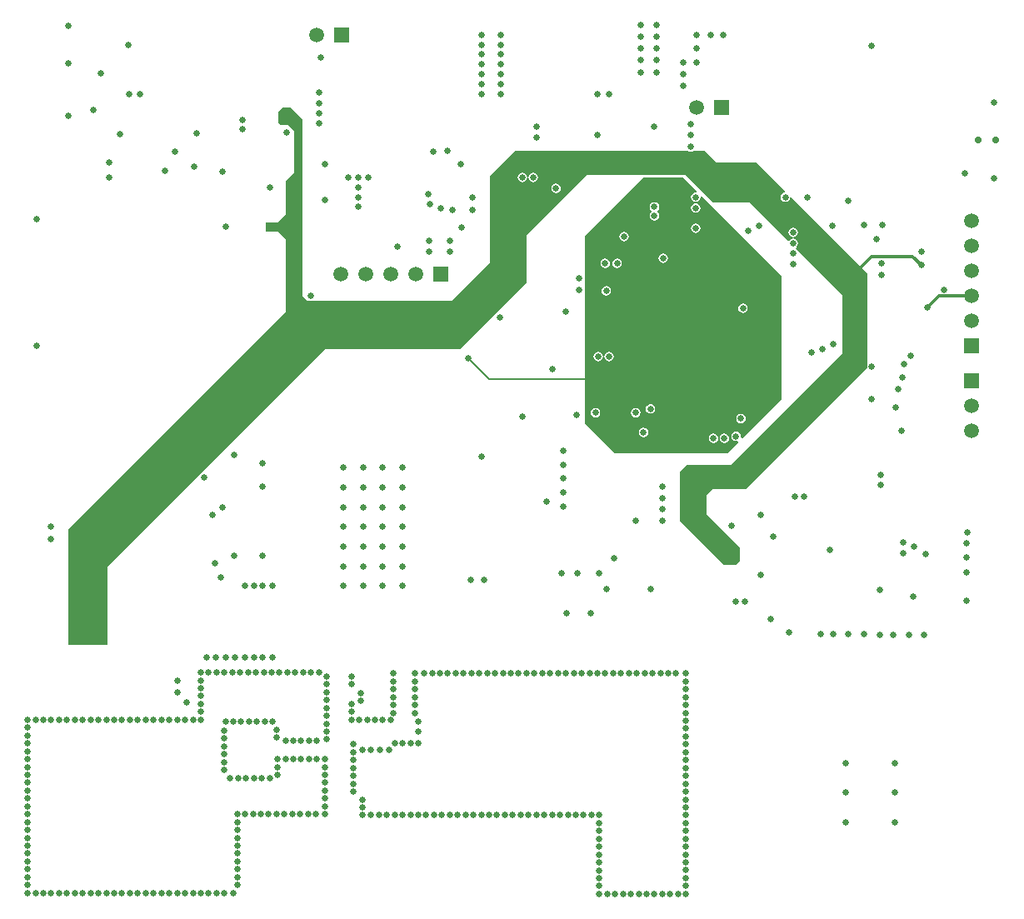
<source format=gbr>
%TF.GenerationSoftware,Altium Limited,Altium Designer,20.2.6 (244)*%
G04 Layer_Physical_Order=3*
G04 Layer_Color=16440176*
%FSLAX45Y45*%
%MOMM*%
%TF.SameCoordinates,65E78103-6D03-462D-AAE3-041F84C347C7*%
%TF.FilePolarity,Positive*%
%TF.FileFunction,Copper,L3,Inr,Signal*%
%TF.Part,Single*%
G01*
G75*
%TA.AperFunction,Conductor*%
%ADD76C,0.30000*%
%ADD77C,0.20000*%
%TA.AperFunction,ComponentPad*%
%ADD80R,1.50000X1.50000*%
%ADD81C,1.50000*%
%ADD82C,0.70000*%
%ADD83R,1.50000X1.50000*%
%TA.AperFunction,ViaPad*%
%ADD84C,0.65000*%
G36*
X6890761Y7209239D02*
X6884505Y7197534D01*
X6880000Y7198431D01*
X6861466Y7194744D01*
X6845754Y7184245D01*
X6835256Y7168534D01*
X6831569Y7150000D01*
X6835256Y7131466D01*
X6845754Y7115754D01*
X6861466Y7105256D01*
X6880000Y7101569D01*
X6898534Y7105256D01*
X6914246Y7115754D01*
X6924744Y7131466D01*
X6928431Y7150000D01*
X6927535Y7154505D01*
X6939239Y7160761D01*
X7750000Y6350000D01*
Y5100000D01*
X7350356Y4700356D01*
X7347548Y4700737D01*
X7337421Y4714927D01*
X7338431Y4720000D01*
X7334744Y4738534D01*
X7324245Y4754246D01*
X7308534Y4764744D01*
X7290000Y4768431D01*
X7271466Y4764744D01*
X7255754Y4754246D01*
X7245256Y4738534D01*
X7241569Y4720000D01*
X7245256Y4701466D01*
X7255754Y4685754D01*
X7271466Y4675256D01*
X7290000Y4671569D01*
X7295073Y4672578D01*
X7309263Y4662452D01*
X7309644Y4659644D01*
X7200000Y4550000D01*
X6050000D01*
X5750000Y4850000D01*
Y6750000D01*
X6350000Y7350000D01*
X6750000D01*
X6890761Y7209239D01*
D02*
G37*
G36*
X2880000Y7940000D02*
Y6150000D01*
X2930000Y6100000D01*
X4400000D01*
X4790000Y6490000D01*
Y7370000D01*
X5040000Y7620000D01*
X6804366Y7620001D01*
X6811466Y7615256D01*
X6830000Y7611569D01*
X6848534Y7615256D01*
X6855634Y7620001D01*
X6970001D01*
X7089999Y7499999D01*
X7360000Y7499999D01*
Y7500000D01*
X7500000D01*
X7789508Y7210492D01*
X7784669Y7197370D01*
X7771466Y7194744D01*
X7755754Y7184245D01*
X7745256Y7168534D01*
X7741569Y7150000D01*
X7745256Y7131466D01*
X7755754Y7115754D01*
X7771466Y7105256D01*
X7790000Y7101569D01*
X7808534Y7105256D01*
X7824245Y7115754D01*
X7834744Y7131466D01*
X7837370Y7144669D01*
X7850492Y7149508D01*
X8620000Y6380000D01*
Y5410000D01*
X7390000Y4180000D01*
X7050000D01*
X6990000Y4120000D01*
Y3930000D01*
X7330000Y3590000D01*
Y3450000D01*
X7290000Y3410000D01*
X7170000D01*
X6720000Y3860000D01*
Y4360000D01*
X6790000Y4430000D01*
X7240000D01*
X8370000Y5560000D01*
Y6160000D01*
X7899334Y6630666D01*
X7900579Y6643305D01*
X7904246Y6645755D01*
X7914744Y6661466D01*
X7918431Y6680000D01*
X7914744Y6698534D01*
X7904246Y6714246D01*
X7888534Y6724744D01*
X7870000Y6728431D01*
X7851466Y6724744D01*
X7835754Y6714246D01*
X7833305Y6710579D01*
X7820666Y6709334D01*
X7430000Y7100000D01*
X7060000D01*
X6780000Y7380000D01*
X5770000D01*
X5160000Y6770000D01*
Y6280000D01*
X4490000Y5610000D01*
X3110000D01*
X900000Y3400000D01*
Y2600000D01*
X500000D01*
Y3780000D01*
X2710000Y5990000D01*
Y6720000D01*
X2630000Y6800000D01*
X2510000D01*
Y6890000D01*
X2630000D01*
X2710000Y6970000D01*
Y7160000D01*
X2709999Y7310000D01*
X2760000Y7360000D01*
X2800000Y7400000D01*
Y7820000D01*
X2740000Y7880000D01*
X2660000D01*
X2640000Y7900000D01*
Y8020000D01*
X2680000Y8060000D01*
X2760000D01*
X2880000Y7940000D01*
D02*
G37*
%LPC*%
G36*
X6880000Y7088431D02*
X6861466Y7084744D01*
X6845754Y7074245D01*
X6835256Y7058534D01*
X6831569Y7040000D01*
X6835256Y7021466D01*
X6845754Y7005754D01*
X6861466Y6995256D01*
X6880000Y6991569D01*
X6898534Y6995256D01*
X6914246Y7005754D01*
X6924744Y7021466D01*
X6928431Y7040000D01*
X6924744Y7058534D01*
X6914246Y7074245D01*
X6898534Y7084744D01*
X6880000Y7088431D01*
D02*
G37*
G36*
X6460000Y7098431D02*
X6441466Y7094744D01*
X6425754Y7084246D01*
X6415256Y7068534D01*
X6411569Y7050000D01*
X6415256Y7031467D01*
X6425754Y7015755D01*
X6430420Y7012637D01*
Y6997363D01*
X6425754Y6994246D01*
X6415256Y6978534D01*
X6411569Y6960000D01*
X6415256Y6941466D01*
X6425754Y6925754D01*
X6441466Y6915256D01*
X6460000Y6911569D01*
X6478534Y6915256D01*
X6494246Y6925754D01*
X6504744Y6941466D01*
X6508431Y6960000D01*
X6504744Y6978534D01*
X6494246Y6994246D01*
X6489580Y6997363D01*
Y7012637D01*
X6494246Y7015755D01*
X6504744Y7031467D01*
X6508431Y7050000D01*
X6504744Y7068534D01*
X6494246Y7084246D01*
X6478534Y7094744D01*
X6460000Y7098431D01*
D02*
G37*
G36*
X6880000Y6880931D02*
X6861466Y6877244D01*
X6845754Y6866745D01*
X6835256Y6851034D01*
X6831569Y6832500D01*
X6835256Y6813966D01*
X6845754Y6798254D01*
X6861466Y6787756D01*
X6880000Y6784069D01*
X6898534Y6787756D01*
X6914246Y6798254D01*
X6924744Y6813966D01*
X6928431Y6832500D01*
X6924744Y6851034D01*
X6914246Y6866745D01*
X6898534Y6877244D01*
X6880000Y6880931D01*
D02*
G37*
G36*
X6150000Y6798431D02*
X6131466Y6794744D01*
X6115754Y6784246D01*
X6105256Y6768534D01*
X6101569Y6750000D01*
X6105256Y6731466D01*
X6115754Y6715754D01*
X6131466Y6705256D01*
X6150000Y6701569D01*
X6168534Y6705256D01*
X6184245Y6715754D01*
X6194744Y6731466D01*
X6198431Y6750000D01*
X6194744Y6768534D01*
X6184245Y6784246D01*
X6168534Y6794744D01*
X6150000Y6798431D01*
D02*
G37*
G36*
X6550000Y6578431D02*
X6531466Y6574744D01*
X6515755Y6564245D01*
X6505256Y6548534D01*
X6501569Y6530000D01*
X6505256Y6511466D01*
X6515755Y6495754D01*
X6531466Y6485256D01*
X6550000Y6481569D01*
X6568534Y6485256D01*
X6584246Y6495754D01*
X6594744Y6511466D01*
X6598431Y6530000D01*
X6594744Y6548534D01*
X6584246Y6564245D01*
X6568534Y6574744D01*
X6550000Y6578431D01*
D02*
G37*
G36*
X6080000Y6528431D02*
X6061466Y6524744D01*
X6045754Y6514246D01*
X6035256Y6498534D01*
X6031569Y6480000D01*
X6035256Y6461466D01*
X6045754Y6445754D01*
X6061466Y6435256D01*
X6080000Y6431569D01*
X6098534Y6435256D01*
X6114246Y6445754D01*
X6124744Y6461466D01*
X6128431Y6480000D01*
X6124744Y6498534D01*
X6114246Y6514246D01*
X6098534Y6524744D01*
X6080000Y6528431D01*
D02*
G37*
G36*
X5960000D02*
X5941466Y6524744D01*
X5925754Y6514246D01*
X5915256Y6498534D01*
X5911569Y6480000D01*
X5915256Y6461466D01*
X5925754Y6445754D01*
X5941466Y6435256D01*
X5960000Y6431569D01*
X5978534Y6435256D01*
X5994246Y6445754D01*
X6004744Y6461466D01*
X6008431Y6480000D01*
X6004744Y6498534D01*
X5994246Y6514246D01*
X5978534Y6524744D01*
X5960000Y6528431D01*
D02*
G37*
G36*
X5970000Y6248431D02*
X5951466Y6244744D01*
X5935754Y6234246D01*
X5925256Y6218534D01*
X5921569Y6200000D01*
X5925256Y6181466D01*
X5935754Y6165754D01*
X5951466Y6155256D01*
X5970000Y6151569D01*
X5988534Y6155256D01*
X6004246Y6165754D01*
X6014744Y6181466D01*
X6018431Y6200000D01*
X6014744Y6218534D01*
X6004246Y6234246D01*
X5988534Y6244744D01*
X5970000Y6248431D01*
D02*
G37*
G36*
X7360000Y6068431D02*
X7341466Y6064744D01*
X7325754Y6054245D01*
X7315256Y6038534D01*
X7311569Y6020000D01*
X7315256Y6001466D01*
X7325754Y5985754D01*
X7341466Y5975256D01*
X7360000Y5971569D01*
X7378534Y5975256D01*
X7394246Y5985754D01*
X7404744Y6001466D01*
X7408431Y6020000D01*
X7404744Y6038534D01*
X7394246Y6054245D01*
X7378534Y6064744D01*
X7360000Y6068431D01*
D02*
G37*
G36*
X6000000Y5578431D02*
X5981466Y5574744D01*
X5965754Y5564246D01*
X5955256Y5548534D01*
X5951569Y5530000D01*
X5955256Y5511466D01*
X5965754Y5495755D01*
X5981466Y5485256D01*
X6000000Y5481569D01*
X6018534Y5485256D01*
X6034245Y5495755D01*
X6044744Y5511466D01*
X6048431Y5530000D01*
X6044744Y5548534D01*
X6034245Y5564246D01*
X6018534Y5574744D01*
X6000000Y5578431D01*
D02*
G37*
G36*
X5890000D02*
X5871466Y5574744D01*
X5855754Y5564246D01*
X5845256Y5548534D01*
X5841569Y5530000D01*
X5845256Y5511466D01*
X5855754Y5495755D01*
X5871466Y5485256D01*
X5890000Y5481569D01*
X5908534Y5485256D01*
X5924245Y5495755D01*
X5934744Y5511466D01*
X5938431Y5530000D01*
X5934744Y5548534D01*
X5924245Y5564246D01*
X5908534Y5574744D01*
X5890000Y5578431D01*
D02*
G37*
G36*
X6420000Y5048431D02*
X6401466Y5044744D01*
X6385755Y5034245D01*
X6375256Y5018534D01*
X6371569Y5000000D01*
X6375256Y4981466D01*
X6385755Y4965754D01*
X6401466Y4955256D01*
X6420000Y4951569D01*
X6438534Y4955256D01*
X6454246Y4965754D01*
X6464744Y4981466D01*
X6468431Y5000000D01*
X6464744Y5018534D01*
X6454246Y5034245D01*
X6438534Y5044744D01*
X6420000Y5048431D01*
D02*
G37*
G36*
X6270000Y5008431D02*
X6251466Y5004744D01*
X6235754Y4994246D01*
X6225256Y4978534D01*
X6221569Y4960000D01*
X6225256Y4941466D01*
X6235754Y4925754D01*
X6251466Y4915256D01*
X6270000Y4911569D01*
X6288534Y4915256D01*
X6304245Y4925754D01*
X6314744Y4941466D01*
X6318431Y4960000D01*
X6314744Y4978534D01*
X6304245Y4994246D01*
X6288534Y5004744D01*
X6270000Y5008431D01*
D02*
G37*
G36*
X5860000D02*
X5841466Y5004744D01*
X5825754Y4994246D01*
X5815256Y4978534D01*
X5811569Y4960000D01*
X5815256Y4941466D01*
X5825754Y4925754D01*
X5841466Y4915256D01*
X5860000Y4911569D01*
X5878534Y4915256D01*
X5894246Y4925754D01*
X5904744Y4941466D01*
X5908431Y4960000D01*
X5904744Y4978534D01*
X5894246Y4994246D01*
X5878534Y5004744D01*
X5860000Y5008431D01*
D02*
G37*
G36*
X7340000Y4948431D02*
X7321466Y4944744D01*
X7305755Y4934246D01*
X7295256Y4918534D01*
X7291569Y4900000D01*
X7295256Y4881466D01*
X7305755Y4865755D01*
X7321466Y4855256D01*
X7340000Y4851569D01*
X7358534Y4855256D01*
X7374246Y4865755D01*
X7384744Y4881466D01*
X7388431Y4900000D01*
X7384744Y4918534D01*
X7374246Y4934246D01*
X7358534Y4944744D01*
X7340000Y4948431D01*
D02*
G37*
G36*
X6350000Y4808431D02*
X6331466Y4804744D01*
X6315754Y4794245D01*
X6305256Y4778533D01*
X6301569Y4760000D01*
X6305256Y4741466D01*
X6315754Y4725754D01*
X6331466Y4715256D01*
X6350000Y4711569D01*
X6368534Y4715256D01*
X6384246Y4725754D01*
X6394744Y4741466D01*
X6398431Y4760000D01*
X6394744Y4778533D01*
X6384246Y4794245D01*
X6368534Y4804744D01*
X6350000Y4808431D01*
D02*
G37*
G36*
X7170000Y4748431D02*
X7151466Y4744744D01*
X7135754Y4734246D01*
X7125256Y4718534D01*
X7121569Y4700000D01*
X7125256Y4681466D01*
X7135754Y4665754D01*
X7151466Y4655256D01*
X7170000Y4651569D01*
X7188534Y4655256D01*
X7204245Y4665754D01*
X7214744Y4681466D01*
X7218431Y4700000D01*
X7214744Y4718534D01*
X7204245Y4734246D01*
X7188534Y4744744D01*
X7170000Y4748431D01*
D02*
G37*
G36*
X7060000D02*
X7041466Y4744744D01*
X7025755Y4734246D01*
X7015256Y4718534D01*
X7011569Y4700000D01*
X7015256Y4681466D01*
X7025755Y4665754D01*
X7041466Y4655256D01*
X7060000Y4651569D01*
X7078534Y4655256D01*
X7094246Y4665754D01*
X7104744Y4681466D01*
X7108431Y4700000D01*
X7104744Y4718534D01*
X7094246Y4734246D01*
X7078534Y4744744D01*
X7060000Y4748431D01*
D02*
G37*
G36*
X5230000Y7398431D02*
X5211466Y7394744D01*
X5195754Y7384246D01*
X5185256Y7368534D01*
X5181569Y7350000D01*
X5185256Y7331466D01*
X5195754Y7315754D01*
X5211466Y7305256D01*
X5230000Y7301569D01*
X5248534Y7305256D01*
X5264246Y7315754D01*
X5274744Y7331466D01*
X5278431Y7350000D01*
X5274744Y7368534D01*
X5264246Y7384246D01*
X5248534Y7394744D01*
X5230000Y7398431D01*
D02*
G37*
G36*
X5120000D02*
X5101466Y7394744D01*
X5085754Y7384246D01*
X5075256Y7368534D01*
X5071569Y7350000D01*
X5075256Y7331466D01*
X5085754Y7315754D01*
X5101466Y7305256D01*
X5120000Y7301569D01*
X5138534Y7305256D01*
X5154245Y7315754D01*
X5164744Y7331466D01*
X5168431Y7350000D01*
X5164744Y7368534D01*
X5154245Y7384246D01*
X5138534Y7394744D01*
X5120000Y7398431D01*
D02*
G37*
G36*
X5460000Y7288431D02*
X5441466Y7284744D01*
X5425754Y7274246D01*
X5415256Y7258534D01*
X5411569Y7240000D01*
X5415256Y7221466D01*
X5425754Y7205754D01*
X5441466Y7195256D01*
X5460000Y7191569D01*
X5478534Y7195256D01*
X5494246Y7205754D01*
X5504744Y7221466D01*
X5508431Y7240000D01*
X5504744Y7258534D01*
X5494246Y7274246D01*
X5478534Y7284744D01*
X5460000Y7288431D01*
D02*
G37*
G36*
X7870000Y6838431D02*
X7851466Y6834744D01*
X7835754Y6824245D01*
X7825256Y6808534D01*
X7821569Y6790000D01*
X7825256Y6771466D01*
X7835754Y6755754D01*
X7851466Y6745256D01*
X7870000Y6741569D01*
X7888534Y6745256D01*
X7904246Y6755754D01*
X7914744Y6771466D01*
X7918431Y6790000D01*
X7914744Y6808534D01*
X7904246Y6824245D01*
X7888534Y6834744D01*
X7870000Y6838431D01*
D02*
G37*
%LPD*%
D76*
X9348000Y6148000D02*
X9680000D01*
X9230000Y6030000D02*
X9348000Y6148000D01*
X9672000Y6140000D02*
X9680000Y6148000D01*
X8488701Y6368701D02*
X8670000Y6550000D01*
X9079999D02*
X9170000Y6460000D01*
X8670000Y6550000D02*
X9079999D01*
D77*
X4780000Y5300000D02*
X5780000D01*
X4570000Y5510000D02*
X4780000Y5300000D01*
D80*
X7140000Y8060000D02*
D03*
X4288000Y6370000D02*
D03*
X3284000Y8800000D02*
D03*
D81*
X6886000Y8060000D02*
D03*
X3272000Y6370000D02*
D03*
X3526000D02*
D03*
X3780000D02*
D03*
X4034000D02*
D03*
X3030000Y8800000D02*
D03*
X9680000Y4776000D02*
D03*
Y5030000D02*
D03*
Y5894000D02*
D03*
Y6148000D02*
D03*
Y6402000D02*
D03*
Y6656000D02*
D03*
Y6910000D02*
D03*
D82*
X9750000Y7730000D02*
D03*
X9930000D02*
D03*
D83*
X9680000Y5284000D02*
D03*
Y5640000D02*
D03*
D84*
X920000Y7500000D02*
D03*
Y7350000D02*
D03*
X2100000Y6850000D02*
D03*
X2070000Y7412500D02*
D03*
X2550000Y7250000D02*
D03*
X2560000Y6840000D02*
D03*
X1030000Y7790000D02*
D03*
X180000Y5640000D02*
D03*
Y6930000D02*
D03*
X3130000Y2200000D02*
D03*
Y2280000D02*
D03*
X3380000Y2280000D02*
D03*
X4360000Y7620000D02*
D03*
X6460000Y7050000D02*
D03*
Y6960000D02*
D03*
X2340000Y1820000D02*
D03*
X2710000Y1630000D02*
D03*
X2480000Y3510000D02*
D03*
X2190000D02*
D03*
X2300000Y3200000D02*
D03*
X2390000D02*
D03*
X4610000Y7020000D02*
D03*
Y7150000D02*
D03*
X4380000Y6600000D02*
D03*
Y6710000D02*
D03*
X4170000Y6600000D02*
D03*
X7890000Y4110000D02*
D03*
X3050000Y2320000D02*
D03*
X2970000D02*
D03*
X2890000D02*
D03*
X2810000D02*
D03*
X1930000Y2320000D02*
D03*
X2570000Y2320000D02*
D03*
X2650000D02*
D03*
X2730000D02*
D03*
X2010000D02*
D03*
X2090000D02*
D03*
X2170000D02*
D03*
X2250000D02*
D03*
X2330000D02*
D03*
X2410000D02*
D03*
X2490000D02*
D03*
X1850000Y2320000D02*
D03*
X1850000Y2240000D02*
D03*
Y2160000D02*
D03*
Y2080000D02*
D03*
Y2000000D02*
D03*
Y1920000D02*
D03*
Y1840000D02*
D03*
X1210000Y1840000D02*
D03*
X1130000D02*
D03*
X1050000D02*
D03*
X1770000D02*
D03*
X1690000D02*
D03*
X1610000D02*
D03*
X1530000D02*
D03*
X1450000D02*
D03*
X1370000D02*
D03*
X1290000D02*
D03*
X970000Y1840000D02*
D03*
X330000Y1840000D02*
D03*
X250000D02*
D03*
X170000D02*
D03*
X890000D02*
D03*
X810000D02*
D03*
X730000D02*
D03*
X650000D02*
D03*
X570000D02*
D03*
X490000D02*
D03*
X410000D02*
D03*
X90000Y1040000D02*
D03*
X90000Y1680000D02*
D03*
Y1760000D02*
D03*
Y1840000D02*
D03*
Y1120000D02*
D03*
Y1200000D02*
D03*
Y1280000D02*
D03*
Y1360000D02*
D03*
Y1440000D02*
D03*
Y1520000D02*
D03*
Y1600000D02*
D03*
X90000Y160000D02*
D03*
X90000Y800000D02*
D03*
Y880000D02*
D03*
Y960000D02*
D03*
Y240000D02*
D03*
Y320000D02*
D03*
Y400000D02*
D03*
Y480000D02*
D03*
Y560000D02*
D03*
Y640000D02*
D03*
Y720000D02*
D03*
X170000Y80000D02*
D03*
X250000D02*
D03*
X330000D02*
D03*
X90000D02*
D03*
X410000Y80000D02*
D03*
X1050000Y80000D02*
D03*
X1130000D02*
D03*
X1210000D02*
D03*
X490000D02*
D03*
X570000D02*
D03*
X650000D02*
D03*
X730000D02*
D03*
X810000D02*
D03*
X890000D02*
D03*
X970000D02*
D03*
X1290000Y80000D02*
D03*
X1930000Y80000D02*
D03*
X2010000D02*
D03*
X2090000D02*
D03*
X1370000D02*
D03*
X1450000D02*
D03*
X1530000D02*
D03*
X1610000D02*
D03*
X1690000D02*
D03*
X1770000D02*
D03*
X1850000D02*
D03*
X5880000Y2310000D02*
D03*
X6520000Y2310000D02*
D03*
X6600000D02*
D03*
X6680000D02*
D03*
X5960000D02*
D03*
X6040000D02*
D03*
X6120000D02*
D03*
X6200000D02*
D03*
X6280000D02*
D03*
X6360000D02*
D03*
X6440000D02*
D03*
X5000000Y2310000D02*
D03*
X5640000Y2310000D02*
D03*
X5720000D02*
D03*
X5800000D02*
D03*
X5080000D02*
D03*
X5160000D02*
D03*
X5240000D02*
D03*
X5320000D02*
D03*
X5400000D02*
D03*
X5480000D02*
D03*
X5560000D02*
D03*
X4120000Y2310000D02*
D03*
X4760000Y2310000D02*
D03*
X4840000D02*
D03*
X4920000D02*
D03*
X4200000D02*
D03*
X4280000D02*
D03*
X4360000D02*
D03*
X4440000D02*
D03*
X4520000D02*
D03*
X4600000D02*
D03*
X4680000D02*
D03*
X6780000Y2070000D02*
D03*
Y1990000D02*
D03*
Y1910000D02*
D03*
Y2310000D02*
D03*
Y2230000D02*
D03*
Y2150000D02*
D03*
X6780000Y1830000D02*
D03*
X6780000Y1190000D02*
D03*
Y1110000D02*
D03*
Y1030000D02*
D03*
Y1750000D02*
D03*
Y1670000D02*
D03*
Y1590000D02*
D03*
Y1510000D02*
D03*
Y1430000D02*
D03*
Y1350000D02*
D03*
Y1270000D02*
D03*
X6780006Y951222D02*
D03*
X6780007Y311222D02*
D03*
Y231222D02*
D03*
Y151222D02*
D03*
Y871222D02*
D03*
Y791222D02*
D03*
Y711222D02*
D03*
Y631222D02*
D03*
Y551222D02*
D03*
Y471222D02*
D03*
Y391222D02*
D03*
X6780000Y70000D02*
D03*
X6700000Y70000D02*
D03*
X6060000Y70000D02*
D03*
X5980000D02*
D03*
X5900000D02*
D03*
X6620000D02*
D03*
X6540000D02*
D03*
X6460000D02*
D03*
X6380000D02*
D03*
X6300000D02*
D03*
X6220000D02*
D03*
X6140000D02*
D03*
X8720000Y6720000D02*
D03*
X1120000Y8200000D02*
D03*
X3480000Y2030000D02*
D03*
Y2110000D02*
D03*
X3760000Y1530000D02*
D03*
X3670000D02*
D03*
X3580000D02*
D03*
X5420000Y5400000D02*
D03*
X7790000Y7150000D02*
D03*
X2720000Y7810000D02*
D03*
X7240000Y3810000D02*
D03*
X8760000Y4330000D02*
D03*
Y4230000D02*
D03*
X8970000Y4780000D02*
D03*
X8670000Y5100000D02*
D03*
Y5430000D02*
D03*
X7360000Y6020000D02*
D03*
X6150000Y6750000D02*
D03*
X5460000Y7240000D02*
D03*
X5120000Y7350000D02*
D03*
X5230000D02*
D03*
X4700000Y8200000D02*
D03*
Y8300000D02*
D03*
Y8400000D02*
D03*
Y8500000D02*
D03*
Y8600000D02*
D03*
Y8700000D02*
D03*
Y8800000D02*
D03*
X4900000D02*
D03*
Y8700000D02*
D03*
Y8600000D02*
D03*
Y8500000D02*
D03*
Y8400000D02*
D03*
Y8300000D02*
D03*
Y8200000D02*
D03*
X6750000Y8280000D02*
D03*
Y8400000D02*
D03*
Y8520000D02*
D03*
X6890000D02*
D03*
Y8660000D02*
D03*
Y8800000D02*
D03*
X7030000D02*
D03*
X7160000D02*
D03*
X6830000Y7890000D02*
D03*
Y7780000D02*
D03*
Y7660000D02*
D03*
X7410000Y6810000D02*
D03*
X7870000Y6470000D02*
D03*
Y6580000D02*
D03*
Y6680000D02*
D03*
Y6790000D02*
D03*
X8010000Y7150000D02*
D03*
X8430000Y7110000D02*
D03*
X9170000Y6600000D02*
D03*
X9910000Y7340000D02*
D03*
Y8110000D02*
D03*
X8670000Y8690000D02*
D03*
X6420000Y5000000D02*
D03*
X7290000Y4720000D02*
D03*
X7170000Y4700000D02*
D03*
X7060000D02*
D03*
X7340000Y4900000D02*
D03*
X8900000Y1100000D02*
D03*
X8400000D02*
D03*
Y800000D02*
D03*
X8900000D02*
D03*
Y1400000D02*
D03*
X8400000D02*
D03*
X7640000Y2860000D02*
D03*
X7830000Y2730000D02*
D03*
X8150000Y2710000D02*
D03*
X8280000D02*
D03*
X8430000D02*
D03*
X8590000D02*
D03*
X8750000Y2700000D02*
D03*
X8890000D02*
D03*
X9050000D02*
D03*
X9200000D02*
D03*
X9630000Y3050000D02*
D03*
Y3340000D02*
D03*
X8990000Y3640000D02*
D03*
X5530000Y4150000D02*
D03*
Y4290000D02*
D03*
Y4430000D02*
D03*
Y4570000D02*
D03*
X5360000Y4060000D02*
D03*
X5530000Y4010000D02*
D03*
X5900000Y3330000D02*
D03*
X5680000D02*
D03*
X5520000D02*
D03*
X5810000Y2920000D02*
D03*
X5570000D02*
D03*
X4590000Y3260000D02*
D03*
X4730000D02*
D03*
X3700000Y3400000D02*
D03*
X3500000D02*
D03*
X3300000D02*
D03*
Y3200000D02*
D03*
X3500000D02*
D03*
X3700000D02*
D03*
X3900000D02*
D03*
Y3400000D02*
D03*
Y3600000D02*
D03*
X3700000D02*
D03*
X3500000D02*
D03*
X3300000D02*
D03*
Y3800000D02*
D03*
X3500000D02*
D03*
X3700000D02*
D03*
X3900000D02*
D03*
Y4000000D02*
D03*
X3700000D02*
D03*
X3500000D02*
D03*
X3300000D02*
D03*
Y4200000D02*
D03*
X3500000D02*
D03*
X3700000D02*
D03*
X3900000D02*
D03*
Y4400000D02*
D03*
X3700000D02*
D03*
X3500000D02*
D03*
X3300000D02*
D03*
X330000Y3800000D02*
D03*
Y3680000D02*
D03*
X1610000Y2120000D02*
D03*
Y2240000D02*
D03*
X1910000Y2470000D02*
D03*
X2000000D02*
D03*
X2100000D02*
D03*
X2200000D02*
D03*
X2300000D02*
D03*
X2390000D02*
D03*
X2480000D02*
D03*
X2580000D02*
D03*
X2480000Y3200000D02*
D03*
X2580000D02*
D03*
X2070000Y4000000D02*
D03*
X2480000Y4210000D02*
D03*
Y4450000D02*
D03*
X2190000Y4530000D02*
D03*
X1880000Y4300000D02*
D03*
X4170000Y6710000D02*
D03*
X4410000Y7020000D02*
D03*
X4290000Y7040000D02*
D03*
X4890000Y5930000D02*
D03*
X5690000Y6210000D02*
D03*
Y6330000D02*
D03*
X5560000Y5990000D02*
D03*
X5120000Y4920000D02*
D03*
X5670000Y4940000D02*
D03*
X6000000Y5530000D02*
D03*
X5890000D02*
D03*
X5970000Y6200000D02*
D03*
X5960000Y6480000D02*
D03*
X6080000D02*
D03*
X6550000Y6530000D02*
D03*
X6460000Y7870000D02*
D03*
X5880000Y7780000D02*
D03*
Y8200000D02*
D03*
X6000000D02*
D03*
X5260000Y7760000D02*
D03*
Y7870000D02*
D03*
X3450000Y7050000D02*
D03*
X3550000Y7350000D02*
D03*
X3450000Y7150000D02*
D03*
Y7250000D02*
D03*
Y7350000D02*
D03*
X3350000D02*
D03*
X3050000Y7900000D02*
D03*
Y8000000D02*
D03*
Y8100000D02*
D03*
Y8210000D02*
D03*
X3070000Y8570000D02*
D03*
X1810000Y7800000D02*
D03*
X1230000Y8200000D02*
D03*
X1110000Y8700000D02*
D03*
X760001Y8040000D02*
D03*
X830000Y8410000D02*
D03*
X2270000Y7840000D02*
D03*
X2270000Y7932501D02*
D03*
X6880000Y7040000D02*
D03*
Y7150000D02*
D03*
X8770000Y6360000D02*
D03*
Y6480000D02*
D03*
X7287500Y3040000D02*
D03*
X7380000Y3040000D02*
D03*
X7540000Y3310000D02*
D03*
X7670000Y3700000D02*
D03*
X7980000Y4110000D02*
D03*
X6540000Y4210000D02*
D03*
Y4090000D02*
D03*
Y3980000D02*
D03*
Y3860000D02*
D03*
X6320000Y8420000D02*
D03*
X6480000D02*
D03*
X6320000Y8540000D02*
D03*
X6480000D02*
D03*
Y8660000D02*
D03*
X6320000D02*
D03*
Y8780000D02*
D03*
X6480000D02*
D03*
Y8900000D02*
D03*
X6320000D02*
D03*
X3810000Y2310000D02*
D03*
Y2230000D02*
D03*
Y2150000D02*
D03*
Y2070000D02*
D03*
Y1990000D02*
D03*
Y1910000D02*
D03*
X4030000Y2310000D02*
D03*
Y2230000D02*
D03*
Y2150000D02*
D03*
Y2070000D02*
D03*
Y1990000D02*
D03*
Y1910000D02*
D03*
X4060000Y1820000D02*
D03*
X3460000Y1840000D02*
D03*
X3540000D02*
D03*
X3620000D02*
D03*
X3700000D02*
D03*
X3780000D02*
D03*
X3980000Y1600000D02*
D03*
X4060000D02*
D03*
Y1720000D02*
D03*
X3490000Y1530000D02*
D03*
X3820000Y1600000D02*
D03*
X3900000D02*
D03*
X2220000Y240000D02*
D03*
Y160000D02*
D03*
X2180000Y80000D02*
D03*
X2220000Y800000D02*
D03*
Y720000D02*
D03*
Y640000D02*
D03*
Y560000D02*
D03*
Y480000D02*
D03*
Y400000D02*
D03*
Y320000D02*
D03*
X2460000Y880000D02*
D03*
X2380000D02*
D03*
X2300000D02*
D03*
X2220000D02*
D03*
X3020000D02*
D03*
X2940000D02*
D03*
X2860000D02*
D03*
X2780000D02*
D03*
X2700000D02*
D03*
X2620000D02*
D03*
X2540000D02*
D03*
X5900000Y390000D02*
D03*
Y470000D02*
D03*
Y550000D02*
D03*
Y630000D02*
D03*
Y710000D02*
D03*
Y790000D02*
D03*
Y870000D02*
D03*
Y150000D02*
D03*
Y230000D02*
D03*
Y310000D02*
D03*
X5740000Y870000D02*
D03*
X5820000D02*
D03*
X5100000D02*
D03*
X5020000D02*
D03*
X4940000D02*
D03*
X4860000D02*
D03*
X4780000D02*
D03*
X4700000D02*
D03*
X4620000D02*
D03*
X5660000D02*
D03*
X5580000D02*
D03*
X5500000D02*
D03*
X5420000D02*
D03*
X5340000D02*
D03*
X5260000D02*
D03*
X5180000D02*
D03*
X4060000D02*
D03*
X4140000D02*
D03*
X4220000D02*
D03*
X4300000D02*
D03*
X4380000D02*
D03*
X4460000D02*
D03*
X4540000D02*
D03*
X3580000D02*
D03*
X3660000D02*
D03*
X3740000D02*
D03*
X3820000D02*
D03*
X3900000D02*
D03*
X3980000D02*
D03*
X3490000Y1030000D02*
D03*
Y950000D02*
D03*
Y870000D02*
D03*
X3400000Y1110000D02*
D03*
Y1190000D02*
D03*
Y1270000D02*
D03*
Y1350000D02*
D03*
Y1430000D02*
D03*
Y1510000D02*
D03*
Y1590000D02*
D03*
X3380000Y2200000D02*
D03*
X3380000Y2000000D02*
D03*
Y1920000D02*
D03*
Y1840000D02*
D03*
X3130000Y2120000D02*
D03*
Y2040000D02*
D03*
Y1960000D02*
D03*
Y1880000D02*
D03*
Y1800000D02*
D03*
Y1720000D02*
D03*
Y1640000D02*
D03*
X3030000Y1630000D02*
D03*
X2950000D02*
D03*
X2870000D02*
D03*
X2790000D02*
D03*
X2620000Y1660000D02*
D03*
X2420000Y1820000D02*
D03*
X2500000D02*
D03*
X2580000D02*
D03*
X2620000Y1740000D02*
D03*
X2100000Y1820000D02*
D03*
X2180000D02*
D03*
X2260000D02*
D03*
X2090000Y1730000D02*
D03*
Y1650000D02*
D03*
Y1570000D02*
D03*
Y1490000D02*
D03*
Y1410000D02*
D03*
Y1330000D02*
D03*
X2150000Y1250000D02*
D03*
X2230000D02*
D03*
X2310000D02*
D03*
X2390000D02*
D03*
X2470000D02*
D03*
X2550000D02*
D03*
X2630000Y1280000D02*
D03*
Y1360000D02*
D03*
Y1440000D02*
D03*
X2710000D02*
D03*
X2790000D02*
D03*
X2870000D02*
D03*
X2950000D02*
D03*
X3030000D02*
D03*
X3110000D02*
D03*
Y1360000D02*
D03*
Y1280000D02*
D03*
Y1200000D02*
D03*
Y1120000D02*
D03*
Y1040000D02*
D03*
Y960000D02*
D03*
Y880000D02*
D03*
X1710000Y2020000D02*
D03*
X6550000Y4880000D02*
D03*
X6150000Y4850000D02*
D03*
X9610000Y7390000D02*
D03*
X6880000Y6832500D02*
D03*
X4980000Y7430000D02*
D03*
X4700000Y4510000D02*
D03*
X2050000Y3290000D02*
D03*
X7520000Y6860000D02*
D03*
X8060000Y5570000D02*
D03*
X6270000Y3860000D02*
D03*
X8280000Y5660000D02*
D03*
X8170000Y5610000D02*
D03*
X6270000Y4960000D02*
D03*
X6350000Y4760000D02*
D03*
X9230000Y6030000D02*
D03*
X9400000Y6210500D02*
D03*
X4570000Y5510000D02*
D03*
X4980000Y7160000D02*
D03*
Y7250000D02*
D03*
Y7340000D02*
D03*
X7510000Y5010000D02*
D03*
X6230000Y4680000D02*
D03*
X6050000Y4850000D02*
D03*
X5780000Y5300000D02*
D03*
X5880000D02*
D03*
X6340000Y6210000D02*
D03*
Y6330000D02*
D03*
Y6440000D02*
D03*
X7530000Y6200000D02*
D03*
X6460000Y7280000D02*
D03*
X6550000D02*
D03*
X6640000D02*
D03*
X4500000Y5700000D02*
D03*
X580000Y2730000D02*
D03*
Y2850000D02*
D03*
X700000D02*
D03*
Y2730000D02*
D03*
X820000D02*
D03*
Y2850000D02*
D03*
Y2980000D02*
D03*
X700000D02*
D03*
X580000D02*
D03*
X2970000Y6150000D02*
D03*
X2720000Y7950000D02*
D03*
X1970000Y3920000D02*
D03*
X7170000Y3530000D02*
D03*
X7290000D02*
D03*
X6830000Y4320000D02*
D03*
Y4210000D02*
D03*
X7300000Y7260000D02*
D03*
X7420000Y7340000D02*
D03*
X7300000D02*
D03*
Y7420000D02*
D03*
X7420000Y7260000D02*
D03*
Y7420000D02*
D03*
X7300000Y7180000D02*
D03*
X7420000D02*
D03*
X8270000Y6860000D02*
D03*
X9170000Y6460000D02*
D03*
X6550000Y7540000D02*
D03*
X6450000D02*
D03*
Y7440000D02*
D03*
X6550000D02*
D03*
X6650000D02*
D03*
X6750000D02*
D03*
X7120566Y7178728D02*
D03*
X7120000Y7260000D02*
D03*
X7210000Y7260000D02*
D03*
Y7180000D02*
D03*
X4490000Y7490000D02*
D03*
X4500000Y6840000D02*
D03*
X3110000Y7120000D02*
D03*
Y7490000D02*
D03*
X4180000Y7080000D02*
D03*
X4160000Y7180000D02*
D03*
X4210000Y7610000D02*
D03*
X3850000Y6650000D02*
D03*
X1590000Y7610000D02*
D03*
X1990000Y3430000D02*
D03*
X6050000Y3480000D02*
D03*
X5970000Y3170000D02*
D03*
X6420000D02*
D03*
X5860000Y4960000D02*
D03*
X500000Y7980000D02*
D03*
Y8510000D02*
D03*
Y8890000D02*
D03*
X1490000Y7420000D02*
D03*
X1780000Y7460000D02*
D03*
X9100000Y3600000D02*
D03*
X9000000Y5450000D02*
D03*
X8980000Y5320000D02*
D03*
X8910000Y5010000D02*
D03*
X9220000Y3520000D02*
D03*
X8940000Y5200000D02*
D03*
X9630000Y3490000D02*
D03*
Y3630000D02*
D03*
X8990000Y3530000D02*
D03*
X8240000Y3570000D02*
D03*
X8750001Y3160001D02*
D03*
X9090000Y3090000D02*
D03*
X7540000Y3920000D02*
D03*
X8590000Y6870000D02*
D03*
X8780000D02*
D03*
X9640000Y3740000D02*
D03*
X9060000Y5540000D02*
D03*
%TF.MD5,f1b41bfa4d74ce17e73f2a841b95de10*%
M02*

</source>
